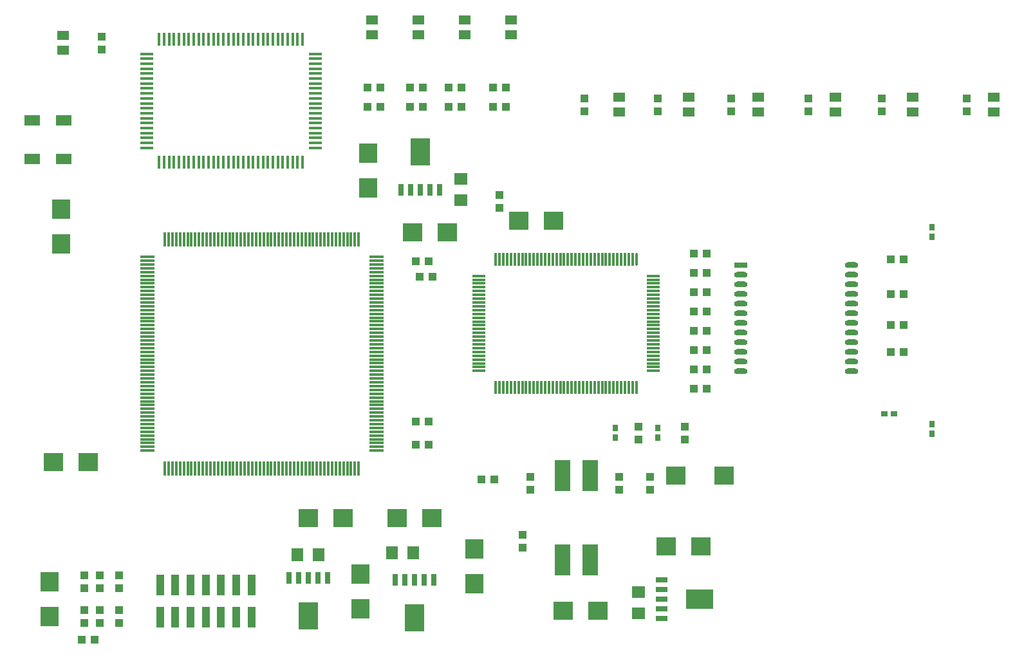
<source format=gtp>
%FSLAX24Y24*%
%MOIN*%
G70*
G01*
G75*
G04 Layer_Color=8421504*
G04 Layer_Color=8421504*
%ADD10R,0.0394X0.0433*%
%ADD11R,0.0433X0.0394*%
%ADD12R,0.1024X0.0945*%
%ADD13R,0.0945X0.1024*%
%ADD14C,0.0400*%
%ADD15R,0.0728X0.0118*%
%ADD16R,0.0709X0.0157*%
%ADD17R,0.0827X0.1614*%
%ADD18R,0.0787X0.0551*%
%ADD19O,0.0700X0.0300*%
%ADD20R,0.0700X0.0300*%
%ADD21R,0.0122X0.0709*%
%ADD22R,0.0709X0.0122*%
%ADD23O,0.0122X0.0709*%
%ADD24R,0.0157X0.0709*%
%ADD25R,0.0709X0.0157*%
%ADD26R,0.0118X0.0728*%
%ADD27R,0.0728X0.0118*%
%ADD28R,0.0630X0.0512*%
%ADD29R,0.0630X0.0709*%
%ADD30R,0.0709X0.0630*%
%ADD31R,0.1000X0.1400*%
%ADD32R,0.0300X0.0600*%
%ADD33R,0.1400X0.1000*%
%ADD34R,0.0600X0.0300*%
%ADD35R,0.0276X0.0354*%
%ADD36R,0.0354X0.0276*%
%ADD37R,0.0394X0.1083*%
%ADD38C,0.0100*%
%ADD39C,0.0200*%
%ADD40C,0.0080*%
%ADD41C,0.0160*%
%ADD42C,0.0120*%
%ADD43C,0.0600*%
%ADD44C,0.1400*%
%ADD45C,0.0750*%
%ADD46C,0.0500*%
%ADD47C,0.1600*%
%ADD48C,0.0433*%
%ADD49C,0.0350*%
%ADD50C,0.0250*%
%ADD51C,0.0300*%
%ADD52C,0.0098*%
%ADD53C,0.0079*%
%ADD54C,0.0070*%
%ADD55C,0.0140*%
%ADD56R,0.0200X0.0700*%
%ADD57R,0.0200X0.0200*%
%ADD58R,0.0500X0.0200*%
%ADD59R,0.0200X0.1000*%
%ADD60R,0.0200X0.0500*%
%ADD61R,0.1575X0.0098*%
D10*
X50200Y36335D02*
D03*
Y35665D02*
D03*
X28400Y61465D02*
D03*
Y62135D02*
D03*
X53400Y58265D02*
D03*
Y58935D02*
D03*
X57200Y58265D02*
D03*
Y58935D02*
D03*
X61000Y58265D02*
D03*
Y58935D02*
D03*
X65000Y58265D02*
D03*
Y58935D02*
D03*
X68800Y58265D02*
D03*
Y58935D02*
D03*
X73200Y58265D02*
D03*
Y58935D02*
D03*
X27500Y34235D02*
D03*
Y33565D02*
D03*
X56800Y38665D02*
D03*
Y39335D02*
D03*
X50600Y39335D02*
D03*
Y38665D02*
D03*
X55200Y39335D02*
D03*
Y38665D02*
D03*
X56200Y41935D02*
D03*
Y41265D02*
D03*
X58600Y41265D02*
D03*
Y41935D02*
D03*
X29300Y31765D02*
D03*
Y32435D02*
D03*
X27500Y31765D02*
D03*
Y32435D02*
D03*
X28300Y31765D02*
D03*
Y32435D02*
D03*
X49000Y53265D02*
D03*
Y53935D02*
D03*
X28300Y34235D02*
D03*
Y33565D02*
D03*
X29300D02*
D03*
Y34235D02*
D03*
D11*
X48065Y39200D02*
D03*
X48735D02*
D03*
X45335Y50500D02*
D03*
X44665D02*
D03*
X44865Y49700D02*
D03*
X45535D02*
D03*
X45335Y42200D02*
D03*
X44665D02*
D03*
X44665Y41000D02*
D03*
X45335D02*
D03*
X59735Y44900D02*
D03*
X59065D02*
D03*
X59735Y43900D02*
D03*
X59065D02*
D03*
X59735Y45900D02*
D03*
X59065D02*
D03*
X59735Y46900D02*
D03*
X59065D02*
D03*
X59735Y47900D02*
D03*
X59065D02*
D03*
X59735Y48900D02*
D03*
X59065D02*
D03*
X59735Y49900D02*
D03*
X59065D02*
D03*
X59735Y50900D02*
D03*
X59065D02*
D03*
X69935Y45800D02*
D03*
X69265D02*
D03*
X69935Y47200D02*
D03*
X69265D02*
D03*
X69935Y48800D02*
D03*
X69265D02*
D03*
X69935Y50600D02*
D03*
X69265D02*
D03*
X42835Y59500D02*
D03*
X42165D02*
D03*
X49335Y58500D02*
D03*
X48665D02*
D03*
X47035D02*
D03*
X46365D02*
D03*
X45035D02*
D03*
X44365D02*
D03*
X42835D02*
D03*
X42165D02*
D03*
X49335Y59500D02*
D03*
X48665D02*
D03*
X47035D02*
D03*
X46365D02*
D03*
X45035D02*
D03*
X44365D02*
D03*
X27365Y30900D02*
D03*
X28035D02*
D03*
D12*
X45506Y37200D02*
D03*
X43694D02*
D03*
X52294Y32400D02*
D03*
X54106D02*
D03*
X59457Y35709D02*
D03*
X57646D02*
D03*
X40906Y37200D02*
D03*
X39094D02*
D03*
X44494Y52000D02*
D03*
X46306D02*
D03*
X25894Y40100D02*
D03*
X27706D02*
D03*
X58140Y39400D02*
D03*
X60660D02*
D03*
X49994Y52600D02*
D03*
X51806D02*
D03*
D13*
X47700Y35606D02*
D03*
Y33794D02*
D03*
X41800Y32494D02*
D03*
Y34306D02*
D03*
X42200Y56106D02*
D03*
Y54294D02*
D03*
X26300Y51394D02*
D03*
Y53206D02*
D03*
X25700Y32094D02*
D03*
Y33906D02*
D03*
D15*
X42635Y48357D02*
D03*
Y50720D02*
D03*
X30765Y46192D02*
D03*
X42635Y40680D02*
D03*
Y40877D02*
D03*
Y41074D02*
D03*
Y41271D02*
D03*
Y41468D02*
D03*
Y41665D02*
D03*
Y41861D02*
D03*
Y42058D02*
D03*
Y42255D02*
D03*
Y42452D02*
D03*
Y42649D02*
D03*
Y42846D02*
D03*
Y43043D02*
D03*
Y43239D02*
D03*
Y43436D02*
D03*
Y43633D02*
D03*
Y43830D02*
D03*
Y44027D02*
D03*
Y44224D02*
D03*
Y44420D02*
D03*
Y44617D02*
D03*
Y44814D02*
D03*
Y45011D02*
D03*
Y45208D02*
D03*
Y45602D02*
D03*
Y45798D02*
D03*
Y45995D02*
D03*
Y46192D02*
D03*
Y46389D02*
D03*
Y46783D02*
D03*
Y46980D02*
D03*
Y47176D02*
D03*
Y47373D02*
D03*
Y47570D02*
D03*
Y47767D02*
D03*
Y47964D02*
D03*
Y48161D02*
D03*
Y48554D02*
D03*
Y48751D02*
D03*
Y48948D02*
D03*
Y49145D02*
D03*
Y49342D02*
D03*
Y49539D02*
D03*
Y49735D02*
D03*
Y49932D02*
D03*
Y50129D02*
D03*
Y50326D02*
D03*
X30765Y40877D02*
D03*
Y41074D02*
D03*
Y41861D02*
D03*
Y42058D02*
D03*
Y43239D02*
D03*
Y43633D02*
D03*
Y43830D02*
D03*
Y44617D02*
D03*
Y45011D02*
D03*
Y45995D02*
D03*
Y46389D02*
D03*
Y46586D02*
D03*
Y46783D02*
D03*
Y46980D02*
D03*
Y47176D02*
D03*
Y47373D02*
D03*
Y47570D02*
D03*
Y47767D02*
D03*
Y47964D02*
D03*
Y48161D02*
D03*
Y48357D02*
D03*
Y48554D02*
D03*
Y48751D02*
D03*
Y48948D02*
D03*
Y49145D02*
D03*
Y49342D02*
D03*
Y49539D02*
D03*
Y49735D02*
D03*
Y49932D02*
D03*
Y50720D02*
D03*
X42635Y46586D02*
D03*
Y45405D02*
D03*
X30765D02*
D03*
Y45208D02*
D03*
Y44814D02*
D03*
Y44420D02*
D03*
Y44224D02*
D03*
Y44027D02*
D03*
Y43436D02*
D03*
Y43043D02*
D03*
Y42846D02*
D03*
Y42649D02*
D03*
Y42452D02*
D03*
Y42255D02*
D03*
Y41665D02*
D03*
Y41468D02*
D03*
Y41271D02*
D03*
Y50326D02*
D03*
Y40680D02*
D03*
Y50523D02*
D03*
Y50129D02*
D03*
X42635Y50523D02*
D03*
D16*
X30728Y60975D02*
D03*
D17*
X52291Y35015D02*
D03*
X53709D02*
D03*
X52291Y39385D02*
D03*
X53709D02*
D03*
D18*
X24800Y57800D02*
D03*
Y55800D02*
D03*
X26454D02*
D03*
Y57800D02*
D03*
D19*
X67250Y44800D02*
D03*
Y45300D02*
D03*
Y45800D02*
D03*
Y46300D02*
D03*
Y46800D02*
D03*
Y47300D02*
D03*
Y47800D02*
D03*
Y48300D02*
D03*
Y48800D02*
D03*
Y49300D02*
D03*
Y49800D02*
D03*
Y50300D02*
D03*
X61500Y44800D02*
D03*
Y45300D02*
D03*
Y45800D02*
D03*
Y46300D02*
D03*
Y46800D02*
D03*
Y47300D02*
D03*
Y47800D02*
D03*
Y48300D02*
D03*
Y48800D02*
D03*
Y49300D02*
D03*
Y49800D02*
D03*
D20*
Y50300D02*
D03*
D21*
X56100Y43946D02*
D03*
X55903D02*
D03*
X55706D02*
D03*
X55509D02*
D03*
X55313D02*
D03*
X55116D02*
D03*
X54919D02*
D03*
X54722D02*
D03*
X54525D02*
D03*
X54328D02*
D03*
X54131D02*
D03*
X53935D02*
D03*
X53738D02*
D03*
X53541D02*
D03*
X53344D02*
D03*
X53147D02*
D03*
X52950D02*
D03*
X52754D02*
D03*
X52557D02*
D03*
X52360D02*
D03*
X52163D02*
D03*
X51966D02*
D03*
X51769D02*
D03*
X51572D02*
D03*
X51376D02*
D03*
X51179D02*
D03*
X50982D02*
D03*
X50785D02*
D03*
X50588D02*
D03*
X50391D02*
D03*
X50195D02*
D03*
X49998D02*
D03*
X49801D02*
D03*
X49604D02*
D03*
X49407D02*
D03*
X49210D02*
D03*
X49013D02*
D03*
X48817D02*
D03*
Y50600D02*
D03*
X49013D02*
D03*
X49210D02*
D03*
X49407D02*
D03*
X49604D02*
D03*
X49801D02*
D03*
X49998D02*
D03*
X50195D02*
D03*
X50391D02*
D03*
X50588D02*
D03*
X50785D02*
D03*
X50982D02*
D03*
X51179D02*
D03*
X51376D02*
D03*
X51572D02*
D03*
X51769D02*
D03*
X51966D02*
D03*
X52163D02*
D03*
X52360D02*
D03*
X52557D02*
D03*
X52754D02*
D03*
X52950D02*
D03*
X53147D02*
D03*
X53344D02*
D03*
X53541D02*
D03*
X53738D02*
D03*
X53935D02*
D03*
X54131D02*
D03*
X54328D02*
D03*
X54525D02*
D03*
X54722D02*
D03*
X54919D02*
D03*
X55116D02*
D03*
X55313D02*
D03*
X55509D02*
D03*
X55706D02*
D03*
X55903D02*
D03*
D22*
X47950Y44813D02*
D03*
Y45009D02*
D03*
Y45206D02*
D03*
Y45403D02*
D03*
Y45797D02*
D03*
Y45994D02*
D03*
Y46191D02*
D03*
Y46387D02*
D03*
Y46584D02*
D03*
Y46781D02*
D03*
Y46978D02*
D03*
Y47175D02*
D03*
Y47372D02*
D03*
Y47569D02*
D03*
Y47765D02*
D03*
Y47962D02*
D03*
Y48159D02*
D03*
Y48356D02*
D03*
Y48553D02*
D03*
Y48750D02*
D03*
Y48946D02*
D03*
Y49143D02*
D03*
Y49340D02*
D03*
Y49537D02*
D03*
Y49734D02*
D03*
X56966D02*
D03*
Y49537D02*
D03*
Y49340D02*
D03*
Y49143D02*
D03*
Y48946D02*
D03*
Y48750D02*
D03*
Y48553D02*
D03*
Y48356D02*
D03*
Y48159D02*
D03*
Y47962D02*
D03*
Y47765D02*
D03*
Y47569D02*
D03*
Y47372D02*
D03*
Y47175D02*
D03*
Y46978D02*
D03*
Y46781D02*
D03*
Y46584D02*
D03*
Y46387D02*
D03*
Y46191D02*
D03*
Y45994D02*
D03*
Y45797D02*
D03*
Y45600D02*
D03*
Y45403D02*
D03*
Y45206D02*
D03*
Y45009D02*
D03*
Y44813D02*
D03*
X47950Y45600D02*
D03*
D23*
X56100Y50600D02*
D03*
D24*
X38811Y61991D02*
D03*
X38555D02*
D03*
X38299D02*
D03*
X38043D02*
D03*
X37787D02*
D03*
X37531D02*
D03*
X37275D02*
D03*
X37019D02*
D03*
X36763D02*
D03*
X36507D02*
D03*
X36252D02*
D03*
X35996D02*
D03*
X35740D02*
D03*
X35484D02*
D03*
X35228D02*
D03*
X34972D02*
D03*
X34716D02*
D03*
X34460D02*
D03*
X34204D02*
D03*
X33948D02*
D03*
X33693D02*
D03*
X33437D02*
D03*
X33181D02*
D03*
X32925D02*
D03*
X32669D02*
D03*
X32413D02*
D03*
X32157D02*
D03*
X31901D02*
D03*
X31645D02*
D03*
X31389D02*
D03*
Y55609D02*
D03*
X31645D02*
D03*
X31901D02*
D03*
X32157D02*
D03*
X32413D02*
D03*
X32669D02*
D03*
X32925D02*
D03*
X33181D02*
D03*
X33437D02*
D03*
X33693D02*
D03*
X33948D02*
D03*
X34204D02*
D03*
X34460D02*
D03*
X34716D02*
D03*
X34972D02*
D03*
X35228D02*
D03*
X35484D02*
D03*
X35740D02*
D03*
X35996D02*
D03*
X36252D02*
D03*
X36507D02*
D03*
X36763D02*
D03*
X37019D02*
D03*
X37275D02*
D03*
X37531D02*
D03*
X37787D02*
D03*
X38043D02*
D03*
X38299D02*
D03*
X38555D02*
D03*
X38811D02*
D03*
D25*
X30728Y61231D02*
D03*
Y60719D02*
D03*
Y60463D02*
D03*
Y60207D02*
D03*
Y59952D02*
D03*
Y59696D02*
D03*
Y59440D02*
D03*
Y59184D02*
D03*
Y58928D02*
D03*
Y58672D02*
D03*
Y58416D02*
D03*
Y58160D02*
D03*
Y57904D02*
D03*
Y57648D02*
D03*
Y57393D02*
D03*
Y57137D02*
D03*
Y56881D02*
D03*
Y56625D02*
D03*
Y56369D02*
D03*
X39472D02*
D03*
Y56625D02*
D03*
Y56881D02*
D03*
Y57137D02*
D03*
Y57393D02*
D03*
Y57648D02*
D03*
Y57904D02*
D03*
Y58160D02*
D03*
Y58416D02*
D03*
Y58672D02*
D03*
Y58928D02*
D03*
Y59184D02*
D03*
Y59440D02*
D03*
Y59696D02*
D03*
Y59952D02*
D03*
Y60207D02*
D03*
Y60463D02*
D03*
Y60719D02*
D03*
Y60975D02*
D03*
Y61231D02*
D03*
D26*
X31680Y39765D02*
D03*
X31877D02*
D03*
X32074D02*
D03*
X32271D02*
D03*
X32468D02*
D03*
X32665D02*
D03*
X33058D02*
D03*
X34239D02*
D03*
X34830D02*
D03*
X36011D02*
D03*
X36405D02*
D03*
X36995D02*
D03*
X37192D02*
D03*
X37389D02*
D03*
X37586D02*
D03*
X37783D02*
D03*
X37980D02*
D03*
X38176D02*
D03*
X38373D02*
D03*
X38570D02*
D03*
X38767D02*
D03*
X38964D02*
D03*
X39161D02*
D03*
X39554D02*
D03*
X40342D02*
D03*
X40539D02*
D03*
X40735D02*
D03*
X40932D02*
D03*
X41129D02*
D03*
X41326D02*
D03*
X41523D02*
D03*
X41720D02*
D03*
X31680Y51635D02*
D03*
X31877D02*
D03*
X32074D02*
D03*
X32271D02*
D03*
X32468D02*
D03*
X32665D02*
D03*
X32861D02*
D03*
X33058D02*
D03*
X33255D02*
D03*
X33452D02*
D03*
X33649D02*
D03*
X33846D02*
D03*
X34043D02*
D03*
X34239D02*
D03*
X34436D02*
D03*
X34633D02*
D03*
X34830D02*
D03*
X35027D02*
D03*
X35224D02*
D03*
X35420D02*
D03*
X35617D02*
D03*
X35814D02*
D03*
X36011D02*
D03*
X36208D02*
D03*
X36405D02*
D03*
X36602D02*
D03*
X36798D02*
D03*
X36995D02*
D03*
X37192D02*
D03*
X37389D02*
D03*
X37586D02*
D03*
X37783D02*
D03*
X37980D02*
D03*
X38176D02*
D03*
X38373D02*
D03*
X38570D02*
D03*
X38767D02*
D03*
X38964D02*
D03*
X39161D02*
D03*
X39357D02*
D03*
X39554D02*
D03*
X39751D02*
D03*
X39948D02*
D03*
X40145D02*
D03*
X40342D02*
D03*
X40539D02*
D03*
X40735D02*
D03*
X40932D02*
D03*
X41129D02*
D03*
X41326D02*
D03*
X41523D02*
D03*
X41720D02*
D03*
X39357Y39765D02*
D03*
X39751D02*
D03*
X39948D02*
D03*
X40145D02*
D03*
X35420D02*
D03*
X35617D02*
D03*
X35814D02*
D03*
X36208D02*
D03*
X36602D02*
D03*
X36798D02*
D03*
X32861D02*
D03*
X33255D02*
D03*
X33452D02*
D03*
X33649D02*
D03*
X33846D02*
D03*
X34043D02*
D03*
X34436D02*
D03*
X34633D02*
D03*
X35027D02*
D03*
X35224D02*
D03*
D27*
X30765Y45602D02*
D03*
Y45798D02*
D03*
D28*
X55200Y58226D02*
D03*
Y58974D02*
D03*
X58800Y58226D02*
D03*
Y58974D02*
D03*
X62400Y58226D02*
D03*
Y58974D02*
D03*
X66400Y58226D02*
D03*
Y58974D02*
D03*
X70400Y58226D02*
D03*
Y58974D02*
D03*
X74600Y58226D02*
D03*
Y58974D02*
D03*
X26400Y61426D02*
D03*
Y62174D02*
D03*
X49600Y62226D02*
D03*
Y62974D02*
D03*
X47200Y62226D02*
D03*
Y62974D02*
D03*
X44800Y62226D02*
D03*
Y62974D02*
D03*
X42400Y62226D02*
D03*
Y62974D02*
D03*
D29*
X38549Y35300D02*
D03*
X39651D02*
D03*
X43449Y35400D02*
D03*
X44551D02*
D03*
D30*
X56200Y33351D02*
D03*
Y32249D02*
D03*
X47000Y54751D02*
D03*
Y53649D02*
D03*
D31*
X44600Y32032D02*
D03*
X44900Y56168D02*
D03*
X39100Y32132D02*
D03*
D32*
X45100Y34000D02*
D03*
X43600D02*
D03*
X45600D02*
D03*
X44100D02*
D03*
X44600D02*
D03*
X44400Y54200D02*
D03*
X45900D02*
D03*
X43900D02*
D03*
X45400D02*
D03*
X44900D02*
D03*
X39600Y34100D02*
D03*
X38100D02*
D03*
X40100D02*
D03*
X38600D02*
D03*
X39100D02*
D03*
D33*
X59369Y33000D02*
D03*
D34*
X57400Y33500D02*
D03*
Y32000D02*
D03*
Y34000D02*
D03*
Y32500D02*
D03*
Y33000D02*
D03*
D35*
X55000Y41856D02*
D03*
Y41344D02*
D03*
X57200Y41856D02*
D03*
Y41344D02*
D03*
X71400Y51744D02*
D03*
Y52256D02*
D03*
Y41544D02*
D03*
Y42056D02*
D03*
D36*
X69456Y42600D02*
D03*
X68944D02*
D03*
D37*
X31438Y32063D02*
D03*
Y33737D02*
D03*
X32225Y32063D02*
D03*
X33013D02*
D03*
X33800D02*
D03*
X34587D02*
D03*
X35375D02*
D03*
X36162D02*
D03*
X32225Y33737D02*
D03*
X33013D02*
D03*
X33800D02*
D03*
X34587D02*
D03*
X35375D02*
D03*
X36162D02*
D03*
M02*

</source>
